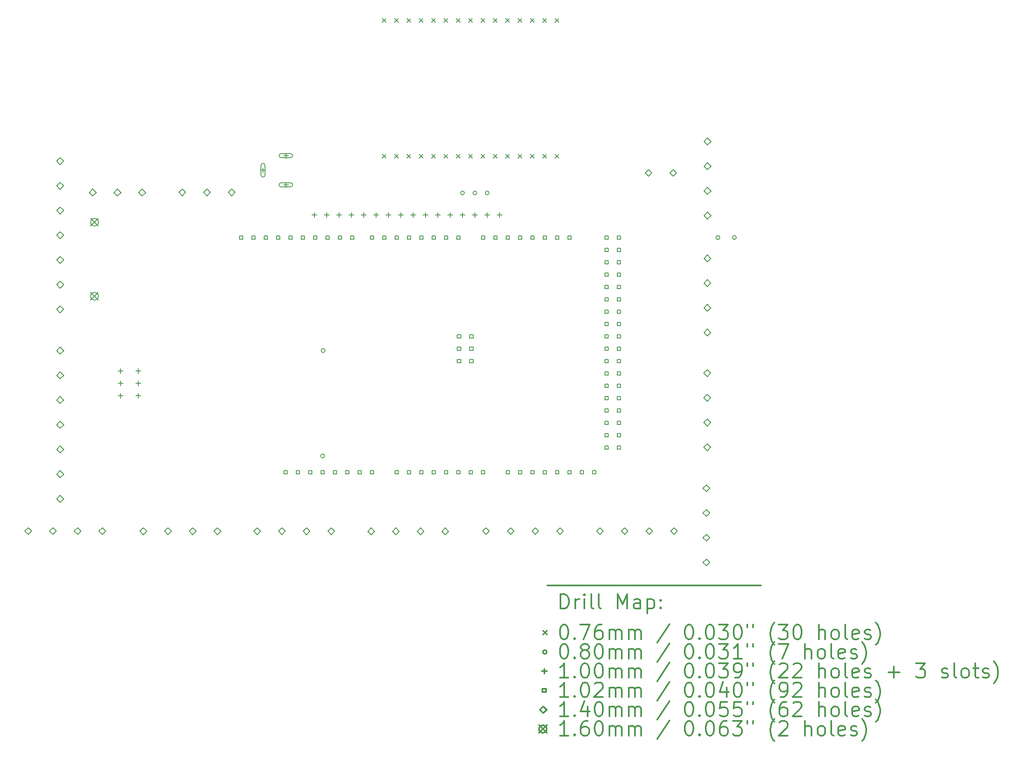
<source format=gbr>
%FSLAX45Y45*%
G04 Gerber Fmt 4.5, Leading zero omitted, Abs format (unit mm)*
G04 Created by KiCad (PCBNEW (5.1.6)-1) date 2021-07-14 17:55:59*
%MOMM*%
%LPD*%
G01*
G04 APERTURE LIST*
%TA.AperFunction,Profile*%
%ADD10C,0.300000*%
%TD*%
%ADD11C,0.200000*%
%ADD12C,0.300000*%
G04 APERTURE END LIST*
D10*
X18113502Y-15105888D02*
X22503384Y-15105888D01*
D11*
X14718538Y-3448812D02*
X14794738Y-3525012D01*
X14794738Y-3448812D02*
X14718538Y-3525012D01*
X14718538Y-6242812D02*
X14794738Y-6319012D01*
X14794738Y-6242812D02*
X14718538Y-6319012D01*
X14972538Y-3448812D02*
X15048738Y-3525012D01*
X15048738Y-3448812D02*
X14972538Y-3525012D01*
X14972538Y-6242812D02*
X15048738Y-6319012D01*
X15048738Y-6242812D02*
X14972538Y-6319012D01*
X15226538Y-3448812D02*
X15302738Y-3525012D01*
X15302738Y-3448812D02*
X15226538Y-3525012D01*
X15226538Y-6242812D02*
X15302738Y-6319012D01*
X15302738Y-6242812D02*
X15226538Y-6319012D01*
X15480538Y-3448812D02*
X15556738Y-3525012D01*
X15556738Y-3448812D02*
X15480538Y-3525012D01*
X15480538Y-6242812D02*
X15556738Y-6319012D01*
X15556738Y-6242812D02*
X15480538Y-6319012D01*
X15734538Y-3448812D02*
X15810738Y-3525012D01*
X15810738Y-3448812D02*
X15734538Y-3525012D01*
X15734538Y-6242812D02*
X15810738Y-6319012D01*
X15810738Y-6242812D02*
X15734538Y-6319012D01*
X15988538Y-3448812D02*
X16064738Y-3525012D01*
X16064738Y-3448812D02*
X15988538Y-3525012D01*
X15988538Y-6242812D02*
X16064738Y-6319012D01*
X16064738Y-6242812D02*
X15988538Y-6319012D01*
X16242538Y-3448812D02*
X16318738Y-3525012D01*
X16318738Y-3448812D02*
X16242538Y-3525012D01*
X16242538Y-6242812D02*
X16318738Y-6319012D01*
X16318738Y-6242812D02*
X16242538Y-6319012D01*
X16496538Y-3448812D02*
X16572738Y-3525012D01*
X16572738Y-3448812D02*
X16496538Y-3525012D01*
X16496538Y-6242812D02*
X16572738Y-6319012D01*
X16572738Y-6242812D02*
X16496538Y-6319012D01*
X16750538Y-3448812D02*
X16826738Y-3525012D01*
X16826738Y-3448812D02*
X16750538Y-3525012D01*
X16750538Y-6242812D02*
X16826738Y-6319012D01*
X16826738Y-6242812D02*
X16750538Y-6319012D01*
X17004538Y-3448812D02*
X17080738Y-3525012D01*
X17080738Y-3448812D02*
X17004538Y-3525012D01*
X17004538Y-6242812D02*
X17080738Y-6319012D01*
X17080738Y-6242812D02*
X17004538Y-6319012D01*
X17258538Y-3448812D02*
X17334738Y-3525012D01*
X17334738Y-3448812D02*
X17258538Y-3525012D01*
X17258538Y-6242812D02*
X17334738Y-6319012D01*
X17334738Y-6242812D02*
X17258538Y-6319012D01*
X17512538Y-3448812D02*
X17588738Y-3525012D01*
X17588738Y-3448812D02*
X17512538Y-3525012D01*
X17512538Y-6242812D02*
X17588738Y-6319012D01*
X17588738Y-6242812D02*
X17512538Y-6319012D01*
X17766538Y-3448812D02*
X17842738Y-3525012D01*
X17842738Y-3448812D02*
X17766538Y-3525012D01*
X17766538Y-6242812D02*
X17842738Y-6319012D01*
X17842738Y-6242812D02*
X17766538Y-6319012D01*
X18020538Y-3448812D02*
X18096738Y-3525012D01*
X18096738Y-3448812D02*
X18020538Y-3525012D01*
X18020538Y-6242812D02*
X18096738Y-6319012D01*
X18096738Y-6242812D02*
X18020538Y-6319012D01*
X18274538Y-3448812D02*
X18350738Y-3525012D01*
X18350738Y-3448812D02*
X18274538Y-3525012D01*
X18274538Y-6242812D02*
X18350738Y-6319012D01*
X18350738Y-6242812D02*
X18274538Y-6319012D01*
X13527654Y-12444984D02*
G75*
G03*
X13527654Y-12444984I-40000J0D01*
G01*
X13538068Y-10278618D02*
G75*
G03*
X13538068Y-10278618I-40000J0D01*
G01*
X21659718Y-7953756D02*
G75*
G03*
X21659718Y-7953756I-40000J0D01*
G01*
X21998554Y-7952232D02*
G75*
G03*
X21998554Y-7952232I-40000J0D01*
G01*
X16405474Y-7036816D02*
G75*
G03*
X16405474Y-7036816I-40000J0D01*
G01*
X16659474Y-7036816D02*
G75*
G03*
X16659474Y-7036816I-40000J0D01*
G01*
X16913474Y-7036816D02*
G75*
G03*
X16913474Y-7036816I-40000J0D01*
G01*
X12260734Y-6519430D02*
X12260734Y-6619430D01*
X12210734Y-6569430D02*
X12310734Y-6569430D01*
X12220734Y-6469430D02*
X12220734Y-6669430D01*
X12300734Y-6469430D02*
X12300734Y-6669430D01*
X12220734Y-6669430D02*
G75*
G03*
X12300734Y-6669430I40000J0D01*
G01*
X12300734Y-6469430D02*
G75*
G03*
X12220734Y-6469430I-40000J0D01*
G01*
X12730734Y-6219430D02*
X12730734Y-6319430D01*
X12680734Y-6269430D02*
X12780734Y-6269430D01*
X12830734Y-6229430D02*
X12630734Y-6229430D01*
X12830734Y-6309430D02*
X12630734Y-6309430D01*
X12630734Y-6229430D02*
G75*
G03*
X12630734Y-6309430I0J-40000D01*
G01*
X12830734Y-6309430D02*
G75*
G03*
X12830734Y-6229430I0J40000D01*
G01*
X12730734Y-6819430D02*
X12730734Y-6919430D01*
X12680734Y-6869430D02*
X12780734Y-6869430D01*
X12830734Y-6829430D02*
X12630734Y-6829430D01*
X12830734Y-6909430D02*
X12630734Y-6909430D01*
X12630734Y-6829430D02*
G75*
G03*
X12630734Y-6909430I0J-40000D01*
G01*
X12830734Y-6909430D02*
G75*
G03*
X12830734Y-6829430I0J40000D01*
G01*
X13321030Y-7437920D02*
X13321030Y-7537920D01*
X13271030Y-7487920D02*
X13371030Y-7487920D01*
X13575030Y-7437920D02*
X13575030Y-7537920D01*
X13525030Y-7487920D02*
X13625030Y-7487920D01*
X13829030Y-7437920D02*
X13829030Y-7537920D01*
X13779030Y-7487920D02*
X13879030Y-7487920D01*
X14083030Y-7437920D02*
X14083030Y-7537920D01*
X14033030Y-7487920D02*
X14133030Y-7487920D01*
X14337030Y-7437920D02*
X14337030Y-7537920D01*
X14287030Y-7487920D02*
X14387030Y-7487920D01*
X14591030Y-7437920D02*
X14591030Y-7537920D01*
X14541030Y-7487920D02*
X14641030Y-7487920D01*
X14845030Y-7437920D02*
X14845030Y-7537920D01*
X14795030Y-7487920D02*
X14895030Y-7487920D01*
X15099030Y-7437920D02*
X15099030Y-7537920D01*
X15049030Y-7487920D02*
X15149030Y-7487920D01*
X15353030Y-7437920D02*
X15353030Y-7537920D01*
X15303030Y-7487920D02*
X15403030Y-7487920D01*
X15607030Y-7437920D02*
X15607030Y-7537920D01*
X15557030Y-7487920D02*
X15657030Y-7487920D01*
X15861030Y-7437920D02*
X15861030Y-7537920D01*
X15811030Y-7487920D02*
X15911030Y-7487920D01*
X16115030Y-7437920D02*
X16115030Y-7537920D01*
X16065030Y-7487920D02*
X16165030Y-7487920D01*
X16369030Y-7437920D02*
X16369030Y-7537920D01*
X16319030Y-7487920D02*
X16419030Y-7487920D01*
X16623030Y-7437920D02*
X16623030Y-7537920D01*
X16573030Y-7487920D02*
X16673030Y-7487920D01*
X16877030Y-7437920D02*
X16877030Y-7537920D01*
X16827030Y-7487920D02*
X16927030Y-7487920D01*
X17131030Y-7437920D02*
X17131030Y-7537920D01*
X17081030Y-7487920D02*
X17181030Y-7487920D01*
X9695180Y-10649242D02*
X9695180Y-10749242D01*
X9645180Y-10699242D02*
X9745180Y-10699242D01*
X9695180Y-10903242D02*
X9695180Y-11003242D01*
X9645180Y-10953242D02*
X9745180Y-10953242D01*
X9695180Y-11157242D02*
X9695180Y-11257242D01*
X9645180Y-11207242D02*
X9745180Y-11207242D01*
X9328404Y-10650004D02*
X9328404Y-10750004D01*
X9278404Y-10700004D02*
X9378404Y-10700004D01*
X9328404Y-10904004D02*
X9328404Y-11004004D01*
X9278404Y-10954004D02*
X9378404Y-10954004D01*
X9328404Y-11158004D02*
X9328404Y-11258004D01*
X9278404Y-11208004D02*
X9378404Y-11208004D01*
X11847175Y-7988915D02*
X11847175Y-7917073D01*
X11775333Y-7917073D01*
X11775333Y-7988915D01*
X11847175Y-7988915D01*
X12101175Y-7988915D02*
X12101175Y-7917073D01*
X12029333Y-7917073D01*
X12029333Y-7988915D01*
X12101175Y-7988915D01*
X12355175Y-7988915D02*
X12355175Y-7917073D01*
X12283333Y-7917073D01*
X12283333Y-7988915D01*
X12355175Y-7988915D01*
X12609175Y-7988915D02*
X12609175Y-7917073D01*
X12537333Y-7917073D01*
X12537333Y-7988915D01*
X12609175Y-7988915D01*
X12761575Y-12814915D02*
X12761575Y-12743073D01*
X12689733Y-12743073D01*
X12689733Y-12814915D01*
X12761575Y-12814915D01*
X12863175Y-7988915D02*
X12863175Y-7917073D01*
X12791333Y-7917073D01*
X12791333Y-7988915D01*
X12863175Y-7988915D01*
X13015575Y-12814915D02*
X13015575Y-12743073D01*
X12943733Y-12743073D01*
X12943733Y-12814915D01*
X13015575Y-12814915D01*
X13117175Y-7988915D02*
X13117175Y-7917073D01*
X13045333Y-7917073D01*
X13045333Y-7988915D01*
X13117175Y-7988915D01*
X13269575Y-12814915D02*
X13269575Y-12743073D01*
X13197733Y-12743073D01*
X13197733Y-12814915D01*
X13269575Y-12814915D01*
X13371175Y-7988915D02*
X13371175Y-7917073D01*
X13299333Y-7917073D01*
X13299333Y-7988915D01*
X13371175Y-7988915D01*
X13523575Y-12814915D02*
X13523575Y-12743073D01*
X13451733Y-12743073D01*
X13451733Y-12814915D01*
X13523575Y-12814915D01*
X13625175Y-7988915D02*
X13625175Y-7917073D01*
X13553333Y-7917073D01*
X13553333Y-7988915D01*
X13625175Y-7988915D01*
X13777575Y-12814915D02*
X13777575Y-12743073D01*
X13705733Y-12743073D01*
X13705733Y-12814915D01*
X13777575Y-12814915D01*
X13879175Y-7988915D02*
X13879175Y-7917073D01*
X13807333Y-7917073D01*
X13807333Y-7988915D01*
X13879175Y-7988915D01*
X14031575Y-12814915D02*
X14031575Y-12743073D01*
X13959733Y-12743073D01*
X13959733Y-12814915D01*
X14031575Y-12814915D01*
X14133175Y-7988915D02*
X14133175Y-7917073D01*
X14061333Y-7917073D01*
X14061333Y-7988915D01*
X14133175Y-7988915D01*
X14285575Y-12814915D02*
X14285575Y-12743073D01*
X14213733Y-12743073D01*
X14213733Y-12814915D01*
X14285575Y-12814915D01*
X14539575Y-7988915D02*
X14539575Y-7917073D01*
X14467733Y-7917073D01*
X14467733Y-7988915D01*
X14539575Y-7988915D01*
X14539575Y-12814915D02*
X14539575Y-12743073D01*
X14467733Y-12743073D01*
X14467733Y-12814915D01*
X14539575Y-12814915D01*
X14793575Y-7988915D02*
X14793575Y-7917073D01*
X14721733Y-7917073D01*
X14721733Y-7988915D01*
X14793575Y-7988915D01*
X15047575Y-7988915D02*
X15047575Y-7917073D01*
X14975733Y-7917073D01*
X14975733Y-7988915D01*
X15047575Y-7988915D01*
X15047575Y-12814915D02*
X15047575Y-12743073D01*
X14975733Y-12743073D01*
X14975733Y-12814915D01*
X15047575Y-12814915D01*
X15301575Y-7988915D02*
X15301575Y-7917073D01*
X15229733Y-7917073D01*
X15229733Y-7988915D01*
X15301575Y-7988915D01*
X15301575Y-12814915D02*
X15301575Y-12743073D01*
X15229733Y-12743073D01*
X15229733Y-12814915D01*
X15301575Y-12814915D01*
X15555575Y-7988915D02*
X15555575Y-7917073D01*
X15483733Y-7917073D01*
X15483733Y-7988915D01*
X15555575Y-7988915D01*
X15555575Y-12814915D02*
X15555575Y-12743073D01*
X15483733Y-12743073D01*
X15483733Y-12814915D01*
X15555575Y-12814915D01*
X15809575Y-7988915D02*
X15809575Y-7917073D01*
X15737733Y-7917073D01*
X15737733Y-7988915D01*
X15809575Y-7988915D01*
X15809575Y-12814915D02*
X15809575Y-12743073D01*
X15737733Y-12743073D01*
X15737733Y-12814915D01*
X15809575Y-12814915D01*
X16063575Y-7988915D02*
X16063575Y-7917073D01*
X15991733Y-7917073D01*
X15991733Y-7988915D01*
X16063575Y-7988915D01*
X16063575Y-12814915D02*
X16063575Y-12743073D01*
X15991733Y-12743073D01*
X15991733Y-12814915D01*
X16063575Y-12814915D01*
X16317575Y-7988915D02*
X16317575Y-7917073D01*
X16245733Y-7917073D01*
X16245733Y-7988915D01*
X16317575Y-7988915D01*
X16317575Y-12814915D02*
X16317575Y-12743073D01*
X16245733Y-12743073D01*
X16245733Y-12814915D01*
X16317575Y-12814915D01*
X16330275Y-10020915D02*
X16330275Y-9949073D01*
X16258433Y-9949073D01*
X16258433Y-10020915D01*
X16330275Y-10020915D01*
X16330275Y-10274915D02*
X16330275Y-10203073D01*
X16258433Y-10203073D01*
X16258433Y-10274915D01*
X16330275Y-10274915D01*
X16330275Y-10528915D02*
X16330275Y-10457073D01*
X16258433Y-10457073D01*
X16258433Y-10528915D01*
X16330275Y-10528915D01*
X16571575Y-12814915D02*
X16571575Y-12743073D01*
X16499733Y-12743073D01*
X16499733Y-12814915D01*
X16571575Y-12814915D01*
X16584275Y-10020915D02*
X16584275Y-9949073D01*
X16512433Y-9949073D01*
X16512433Y-10020915D01*
X16584275Y-10020915D01*
X16584275Y-10274915D02*
X16584275Y-10203073D01*
X16512433Y-10203073D01*
X16512433Y-10274915D01*
X16584275Y-10274915D01*
X16584275Y-10528915D02*
X16584275Y-10457073D01*
X16512433Y-10457073D01*
X16512433Y-10528915D01*
X16584275Y-10528915D01*
X16825575Y-7988915D02*
X16825575Y-7917073D01*
X16753733Y-7917073D01*
X16753733Y-7988915D01*
X16825575Y-7988915D01*
X16825575Y-12814915D02*
X16825575Y-12743073D01*
X16753733Y-12743073D01*
X16753733Y-12814915D01*
X16825575Y-12814915D01*
X17079575Y-7988915D02*
X17079575Y-7917073D01*
X17007733Y-7917073D01*
X17007733Y-7988915D01*
X17079575Y-7988915D01*
X17333575Y-7988915D02*
X17333575Y-7917073D01*
X17261733Y-7917073D01*
X17261733Y-7988915D01*
X17333575Y-7988915D01*
X17333575Y-12814915D02*
X17333575Y-12743073D01*
X17261733Y-12743073D01*
X17261733Y-12814915D01*
X17333575Y-12814915D01*
X17587575Y-7988915D02*
X17587575Y-7917073D01*
X17515733Y-7917073D01*
X17515733Y-7988915D01*
X17587575Y-7988915D01*
X17587575Y-12814915D02*
X17587575Y-12743073D01*
X17515733Y-12743073D01*
X17515733Y-12814915D01*
X17587575Y-12814915D01*
X17841575Y-7988915D02*
X17841575Y-7917073D01*
X17769733Y-7917073D01*
X17769733Y-7988915D01*
X17841575Y-7988915D01*
X17841575Y-12814915D02*
X17841575Y-12743073D01*
X17769733Y-12743073D01*
X17769733Y-12814915D01*
X17841575Y-12814915D01*
X18095575Y-7988915D02*
X18095575Y-7917073D01*
X18023733Y-7917073D01*
X18023733Y-7988915D01*
X18095575Y-7988915D01*
X18095575Y-12814915D02*
X18095575Y-12743073D01*
X18023733Y-12743073D01*
X18023733Y-12814915D01*
X18095575Y-12814915D01*
X18349575Y-7988915D02*
X18349575Y-7917073D01*
X18277733Y-7917073D01*
X18277733Y-7988915D01*
X18349575Y-7988915D01*
X18349575Y-12814915D02*
X18349575Y-12743073D01*
X18277733Y-12743073D01*
X18277733Y-12814915D01*
X18349575Y-12814915D01*
X18603575Y-7988915D02*
X18603575Y-7917073D01*
X18531733Y-7917073D01*
X18531733Y-7988915D01*
X18603575Y-7988915D01*
X18603575Y-12814915D02*
X18603575Y-12743073D01*
X18531733Y-12743073D01*
X18531733Y-12814915D01*
X18603575Y-12814915D01*
X18857575Y-12814915D02*
X18857575Y-12743073D01*
X18785733Y-12743073D01*
X18785733Y-12814915D01*
X18857575Y-12814915D01*
X19111575Y-12814915D02*
X19111575Y-12743073D01*
X19039733Y-12743073D01*
X19039733Y-12814915D01*
X19111575Y-12814915D01*
X19365575Y-7988915D02*
X19365575Y-7917073D01*
X19293733Y-7917073D01*
X19293733Y-7988915D01*
X19365575Y-7988915D01*
X19365575Y-8242915D02*
X19365575Y-8171073D01*
X19293733Y-8171073D01*
X19293733Y-8242915D01*
X19365575Y-8242915D01*
X19365575Y-8496915D02*
X19365575Y-8425073D01*
X19293733Y-8425073D01*
X19293733Y-8496915D01*
X19365575Y-8496915D01*
X19365575Y-8750915D02*
X19365575Y-8679073D01*
X19293733Y-8679073D01*
X19293733Y-8750915D01*
X19365575Y-8750915D01*
X19365575Y-9004915D02*
X19365575Y-8933073D01*
X19293733Y-8933073D01*
X19293733Y-9004915D01*
X19365575Y-9004915D01*
X19365575Y-9258915D02*
X19365575Y-9187073D01*
X19293733Y-9187073D01*
X19293733Y-9258915D01*
X19365575Y-9258915D01*
X19365575Y-9512915D02*
X19365575Y-9441073D01*
X19293733Y-9441073D01*
X19293733Y-9512915D01*
X19365575Y-9512915D01*
X19365575Y-9766915D02*
X19365575Y-9695073D01*
X19293733Y-9695073D01*
X19293733Y-9766915D01*
X19365575Y-9766915D01*
X19365575Y-10020915D02*
X19365575Y-9949073D01*
X19293733Y-9949073D01*
X19293733Y-10020915D01*
X19365575Y-10020915D01*
X19365575Y-10274915D02*
X19365575Y-10203073D01*
X19293733Y-10203073D01*
X19293733Y-10274915D01*
X19365575Y-10274915D01*
X19365575Y-10528915D02*
X19365575Y-10457073D01*
X19293733Y-10457073D01*
X19293733Y-10528915D01*
X19365575Y-10528915D01*
X19365575Y-10782915D02*
X19365575Y-10711073D01*
X19293733Y-10711073D01*
X19293733Y-10782915D01*
X19365575Y-10782915D01*
X19365575Y-11036915D02*
X19365575Y-10965073D01*
X19293733Y-10965073D01*
X19293733Y-11036915D01*
X19365575Y-11036915D01*
X19365575Y-11290915D02*
X19365575Y-11219073D01*
X19293733Y-11219073D01*
X19293733Y-11290915D01*
X19365575Y-11290915D01*
X19365575Y-11544915D02*
X19365575Y-11473073D01*
X19293733Y-11473073D01*
X19293733Y-11544915D01*
X19365575Y-11544915D01*
X19365575Y-11798915D02*
X19365575Y-11727073D01*
X19293733Y-11727073D01*
X19293733Y-11798915D01*
X19365575Y-11798915D01*
X19365575Y-12052915D02*
X19365575Y-11981073D01*
X19293733Y-11981073D01*
X19293733Y-12052915D01*
X19365575Y-12052915D01*
X19365575Y-12306915D02*
X19365575Y-12235073D01*
X19293733Y-12235073D01*
X19293733Y-12306915D01*
X19365575Y-12306915D01*
X19619575Y-7988915D02*
X19619575Y-7917073D01*
X19547733Y-7917073D01*
X19547733Y-7988915D01*
X19619575Y-7988915D01*
X19619575Y-8242915D02*
X19619575Y-8171073D01*
X19547733Y-8171073D01*
X19547733Y-8242915D01*
X19619575Y-8242915D01*
X19619575Y-8496915D02*
X19619575Y-8425073D01*
X19547733Y-8425073D01*
X19547733Y-8496915D01*
X19619575Y-8496915D01*
X19619575Y-8750915D02*
X19619575Y-8679073D01*
X19547733Y-8679073D01*
X19547733Y-8750915D01*
X19619575Y-8750915D01*
X19619575Y-9004915D02*
X19619575Y-8933073D01*
X19547733Y-8933073D01*
X19547733Y-9004915D01*
X19619575Y-9004915D01*
X19619575Y-9258915D02*
X19619575Y-9187073D01*
X19547733Y-9187073D01*
X19547733Y-9258915D01*
X19619575Y-9258915D01*
X19619575Y-9512915D02*
X19619575Y-9441073D01*
X19547733Y-9441073D01*
X19547733Y-9512915D01*
X19619575Y-9512915D01*
X19619575Y-9766915D02*
X19619575Y-9695073D01*
X19547733Y-9695073D01*
X19547733Y-9766915D01*
X19619575Y-9766915D01*
X19619575Y-10020915D02*
X19619575Y-9949073D01*
X19547733Y-9949073D01*
X19547733Y-10020915D01*
X19619575Y-10020915D01*
X19619575Y-10274915D02*
X19619575Y-10203073D01*
X19547733Y-10203073D01*
X19547733Y-10274915D01*
X19619575Y-10274915D01*
X19619575Y-10528915D02*
X19619575Y-10457073D01*
X19547733Y-10457073D01*
X19547733Y-10528915D01*
X19619575Y-10528915D01*
X19619575Y-10782915D02*
X19619575Y-10711073D01*
X19547733Y-10711073D01*
X19547733Y-10782915D01*
X19619575Y-10782915D01*
X19619575Y-11036915D02*
X19619575Y-10965073D01*
X19547733Y-10965073D01*
X19547733Y-11036915D01*
X19619575Y-11036915D01*
X19619575Y-11290915D02*
X19619575Y-11219073D01*
X19547733Y-11219073D01*
X19547733Y-11290915D01*
X19619575Y-11290915D01*
X19619575Y-11544915D02*
X19619575Y-11473073D01*
X19547733Y-11473073D01*
X19547733Y-11544915D01*
X19619575Y-11544915D01*
X19619575Y-11798915D02*
X19619575Y-11727073D01*
X19547733Y-11727073D01*
X19547733Y-11798915D01*
X19619575Y-11798915D01*
X19619575Y-12052915D02*
X19619575Y-11981073D01*
X19547733Y-11981073D01*
X19547733Y-12052915D01*
X19619575Y-12052915D01*
X19619575Y-12306915D02*
X19619575Y-12235073D01*
X19547733Y-12235073D01*
X19547733Y-12306915D01*
X19619575Y-12306915D01*
X8088376Y-6452766D02*
X8158376Y-6382766D01*
X8088376Y-6312766D01*
X8018376Y-6382766D01*
X8088376Y-6452766D01*
X8088376Y-6960766D02*
X8158376Y-6890766D01*
X8088376Y-6820766D01*
X8018376Y-6890766D01*
X8088376Y-6960766D01*
X8088376Y-7468766D02*
X8158376Y-7398766D01*
X8088376Y-7328766D01*
X8018376Y-7398766D01*
X8088376Y-7468766D01*
X8088376Y-7976766D02*
X8158376Y-7906766D01*
X8088376Y-7836766D01*
X8018376Y-7906766D01*
X8088376Y-7976766D01*
X8088376Y-8484766D02*
X8158376Y-8414766D01*
X8088376Y-8344766D01*
X8018376Y-8414766D01*
X8088376Y-8484766D01*
X8088376Y-8992766D02*
X8158376Y-8922766D01*
X8088376Y-8852766D01*
X8018376Y-8922766D01*
X8088376Y-8992766D01*
X8088376Y-9500766D02*
X8158376Y-9430766D01*
X8088376Y-9360766D01*
X8018376Y-9430766D01*
X8088376Y-9500766D01*
X10600944Y-7096656D02*
X10670944Y-7026656D01*
X10600944Y-6956656D01*
X10530944Y-7026656D01*
X10600944Y-7096656D01*
X11108944Y-7096656D02*
X11178944Y-7026656D01*
X11108944Y-6956656D01*
X11038944Y-7026656D01*
X11108944Y-7096656D01*
X11616944Y-7096656D02*
X11686944Y-7026656D01*
X11616944Y-6956656D01*
X11546944Y-7026656D01*
X11616944Y-7096656D01*
X8088630Y-10349126D02*
X8158630Y-10279126D01*
X8088630Y-10209126D01*
X8018630Y-10279126D01*
X8088630Y-10349126D01*
X8088630Y-10857126D02*
X8158630Y-10787126D01*
X8088630Y-10717126D01*
X8018630Y-10787126D01*
X8088630Y-10857126D01*
X8088630Y-11365126D02*
X8158630Y-11295126D01*
X8088630Y-11225126D01*
X8018630Y-11295126D01*
X8088630Y-11365126D01*
X8088630Y-11873126D02*
X8158630Y-11803126D01*
X8088630Y-11733126D01*
X8018630Y-11803126D01*
X8088630Y-11873126D01*
X8088630Y-12381126D02*
X8158630Y-12311126D01*
X8088630Y-12241126D01*
X8018630Y-12311126D01*
X8088630Y-12381126D01*
X8088630Y-12889126D02*
X8158630Y-12819126D01*
X8088630Y-12749126D01*
X8018630Y-12819126D01*
X8088630Y-12889126D01*
X8088630Y-13397126D02*
X8158630Y-13327126D01*
X8088630Y-13257126D01*
X8018630Y-13327126D01*
X8088630Y-13397126D01*
X21406358Y-6047890D02*
X21476358Y-5977890D01*
X21406358Y-5907890D01*
X21336358Y-5977890D01*
X21406358Y-6047890D01*
X21406358Y-6555890D02*
X21476358Y-6485890D01*
X21406358Y-6415890D01*
X21336358Y-6485890D01*
X21406358Y-6555890D01*
X21406358Y-7063890D02*
X21476358Y-6993890D01*
X21406358Y-6923890D01*
X21336358Y-6993890D01*
X21406358Y-7063890D01*
X21406358Y-7571890D02*
X21476358Y-7501890D01*
X21406358Y-7431890D01*
X21336358Y-7501890D01*
X21406358Y-7571890D01*
X20193508Y-6692796D02*
X20263508Y-6622796D01*
X20193508Y-6552796D01*
X20123508Y-6622796D01*
X20193508Y-6692796D01*
X20701508Y-6692796D02*
X20771508Y-6622796D01*
X20701508Y-6552796D01*
X20631508Y-6622796D01*
X20701508Y-6692796D01*
X7430770Y-14060066D02*
X7500770Y-13990066D01*
X7430770Y-13920066D01*
X7360770Y-13990066D01*
X7430770Y-14060066D01*
X7938770Y-14060066D02*
X8008770Y-13990066D01*
X7938770Y-13920066D01*
X7868770Y-13990066D01*
X7938770Y-14060066D01*
X8446770Y-14060066D02*
X8516770Y-13990066D01*
X8446770Y-13920066D01*
X8376770Y-13990066D01*
X8446770Y-14060066D01*
X8954770Y-14060066D02*
X9024770Y-13990066D01*
X8954770Y-13920066D01*
X8884770Y-13990066D01*
X8954770Y-14060066D01*
X12142724Y-14064130D02*
X12212724Y-13994130D01*
X12142724Y-13924130D01*
X12072724Y-13994130D01*
X12142724Y-14064130D01*
X12650724Y-14064130D02*
X12720724Y-13994130D01*
X12650724Y-13924130D01*
X12580724Y-13994130D01*
X12650724Y-14064130D01*
X13158724Y-14064130D02*
X13228724Y-13994130D01*
X13158724Y-13924130D01*
X13088724Y-13994130D01*
X13158724Y-14064130D01*
X13666724Y-14064130D02*
X13736724Y-13994130D01*
X13666724Y-13924130D01*
X13596724Y-13994130D01*
X13666724Y-14064130D01*
X21401278Y-10812168D02*
X21471278Y-10742168D01*
X21401278Y-10672168D01*
X21331278Y-10742168D01*
X21401278Y-10812168D01*
X21401278Y-11320168D02*
X21471278Y-11250168D01*
X21401278Y-11180168D01*
X21331278Y-11250168D01*
X21401278Y-11320168D01*
X21401278Y-11828168D02*
X21471278Y-11758168D01*
X21401278Y-11688168D01*
X21331278Y-11758168D01*
X21401278Y-11828168D01*
X21401278Y-12336168D02*
X21471278Y-12266168D01*
X21401278Y-12196168D01*
X21331278Y-12266168D01*
X21401278Y-12336168D01*
X14487652Y-14065654D02*
X14557652Y-13995654D01*
X14487652Y-13925654D01*
X14417652Y-13995654D01*
X14487652Y-14065654D01*
X14995652Y-14065654D02*
X15065652Y-13995654D01*
X14995652Y-13925654D01*
X14925652Y-13995654D01*
X14995652Y-14065654D01*
X15503652Y-14065654D02*
X15573652Y-13995654D01*
X15503652Y-13925654D01*
X15433652Y-13995654D01*
X15503652Y-14065654D01*
X16011652Y-14065654D02*
X16081652Y-13995654D01*
X16011652Y-13925654D01*
X15941652Y-13995654D01*
X16011652Y-14065654D01*
X8758428Y-7097926D02*
X8828428Y-7027926D01*
X8758428Y-6957926D01*
X8688428Y-7027926D01*
X8758428Y-7097926D01*
X9266428Y-7097926D02*
X9336428Y-7027926D01*
X9266428Y-6957926D01*
X9196428Y-7027926D01*
X9266428Y-7097926D01*
X9774428Y-7097926D02*
X9844428Y-7027926D01*
X9774428Y-6957926D01*
X9704428Y-7027926D01*
X9774428Y-7097926D01*
X9798050Y-14063622D02*
X9868050Y-13993622D01*
X9798050Y-13923622D01*
X9728050Y-13993622D01*
X9798050Y-14063622D01*
X10306050Y-14063622D02*
X10376050Y-13993622D01*
X10306050Y-13923622D01*
X10236050Y-13993622D01*
X10306050Y-14063622D01*
X10814050Y-14063622D02*
X10884050Y-13993622D01*
X10814050Y-13923622D01*
X10744050Y-13993622D01*
X10814050Y-14063622D01*
X11322050Y-14063622D02*
X11392050Y-13993622D01*
X11322050Y-13923622D01*
X11252050Y-13993622D01*
X11322050Y-14063622D01*
X21401786Y-8452508D02*
X21471786Y-8382508D01*
X21401786Y-8312508D01*
X21331786Y-8382508D01*
X21401786Y-8452508D01*
X21401786Y-8960508D02*
X21471786Y-8890508D01*
X21401786Y-8820508D01*
X21331786Y-8890508D01*
X21401786Y-8960508D01*
X21401786Y-9468508D02*
X21471786Y-9398508D01*
X21401786Y-9328508D01*
X21331786Y-9398508D01*
X21401786Y-9468508D01*
X21401786Y-9976508D02*
X21471786Y-9906508D01*
X21401786Y-9836508D01*
X21331786Y-9906508D01*
X21401786Y-9976508D01*
X16848582Y-14061844D02*
X16918582Y-13991844D01*
X16848582Y-13921844D01*
X16778582Y-13991844D01*
X16848582Y-14061844D01*
X17356582Y-14061844D02*
X17426582Y-13991844D01*
X17356582Y-13921844D01*
X17286582Y-13991844D01*
X17356582Y-14061844D01*
X17864582Y-14061844D02*
X17934582Y-13991844D01*
X17864582Y-13921844D01*
X17794582Y-13991844D01*
X17864582Y-14061844D01*
X18372582Y-14061844D02*
X18442582Y-13991844D01*
X18372582Y-13921844D01*
X18302582Y-13991844D01*
X18372582Y-14061844D01*
X21383752Y-13181480D02*
X21453752Y-13111480D01*
X21383752Y-13041480D01*
X21313752Y-13111480D01*
X21383752Y-13181480D01*
X21383752Y-13689480D02*
X21453752Y-13619480D01*
X21383752Y-13549480D01*
X21313752Y-13619480D01*
X21383752Y-13689480D01*
X21383752Y-14197480D02*
X21453752Y-14127480D01*
X21383752Y-14057480D01*
X21313752Y-14127480D01*
X21383752Y-14197480D01*
X21383752Y-14705480D02*
X21453752Y-14635480D01*
X21383752Y-14565480D01*
X21313752Y-14635480D01*
X21383752Y-14705480D01*
X19195288Y-14062098D02*
X19265288Y-13992098D01*
X19195288Y-13922098D01*
X19125288Y-13992098D01*
X19195288Y-14062098D01*
X19703288Y-14062098D02*
X19773288Y-13992098D01*
X19703288Y-13922098D01*
X19633288Y-13992098D01*
X19703288Y-14062098D01*
X20211288Y-14062098D02*
X20281288Y-13992098D01*
X20211288Y-13922098D01*
X20141288Y-13992098D01*
X20211288Y-14062098D01*
X20719288Y-14062098D02*
X20789288Y-13992098D01*
X20719288Y-13922098D01*
X20649288Y-13992098D01*
X20719288Y-14062098D01*
X8714496Y-7557526D02*
X8874496Y-7717526D01*
X8874496Y-7557526D02*
X8714496Y-7717526D01*
X8874496Y-7637526D02*
G75*
G03*
X8874496Y-7637526I-80000J0D01*
G01*
X8714496Y-9081526D02*
X8874496Y-9241526D01*
X8874496Y-9081526D02*
X8714496Y-9241526D01*
X8874496Y-9161526D02*
G75*
G03*
X8874496Y-9161526I-80000J0D01*
G01*
D12*
X18384930Y-15586602D02*
X18384930Y-15286602D01*
X18456359Y-15286602D01*
X18499216Y-15300888D01*
X18527788Y-15329459D01*
X18542073Y-15358031D01*
X18556359Y-15415174D01*
X18556359Y-15458031D01*
X18542073Y-15515174D01*
X18527788Y-15543745D01*
X18499216Y-15572317D01*
X18456359Y-15586602D01*
X18384930Y-15586602D01*
X18684930Y-15586602D02*
X18684930Y-15386602D01*
X18684930Y-15443745D02*
X18699216Y-15415174D01*
X18713502Y-15400888D01*
X18742073Y-15386602D01*
X18770645Y-15386602D01*
X18870645Y-15586602D02*
X18870645Y-15386602D01*
X18870645Y-15286602D02*
X18856359Y-15300888D01*
X18870645Y-15315174D01*
X18884930Y-15300888D01*
X18870645Y-15286602D01*
X18870645Y-15315174D01*
X19056359Y-15586602D02*
X19027788Y-15572317D01*
X19013502Y-15543745D01*
X19013502Y-15286602D01*
X19213502Y-15586602D02*
X19184930Y-15572317D01*
X19170645Y-15543745D01*
X19170645Y-15286602D01*
X19556359Y-15586602D02*
X19556359Y-15286602D01*
X19656359Y-15500888D01*
X19756359Y-15286602D01*
X19756359Y-15586602D01*
X20027788Y-15586602D02*
X20027788Y-15429459D01*
X20013502Y-15400888D01*
X19984930Y-15386602D01*
X19927788Y-15386602D01*
X19899216Y-15400888D01*
X20027788Y-15572317D02*
X19999216Y-15586602D01*
X19927788Y-15586602D01*
X19899216Y-15572317D01*
X19884930Y-15543745D01*
X19884930Y-15515174D01*
X19899216Y-15486602D01*
X19927788Y-15472317D01*
X19999216Y-15472317D01*
X20027788Y-15458031D01*
X20170645Y-15386602D02*
X20170645Y-15686602D01*
X20170645Y-15400888D02*
X20199216Y-15386602D01*
X20256359Y-15386602D01*
X20284930Y-15400888D01*
X20299216Y-15415174D01*
X20313502Y-15443745D01*
X20313502Y-15529459D01*
X20299216Y-15558031D01*
X20284930Y-15572317D01*
X20256359Y-15586602D01*
X20199216Y-15586602D01*
X20170645Y-15572317D01*
X20442073Y-15558031D02*
X20456359Y-15572317D01*
X20442073Y-15586602D01*
X20427788Y-15572317D01*
X20442073Y-15558031D01*
X20442073Y-15586602D01*
X20442073Y-15400888D02*
X20456359Y-15415174D01*
X20442073Y-15429459D01*
X20427788Y-15415174D01*
X20442073Y-15400888D01*
X20442073Y-15429459D01*
X18022302Y-16042788D02*
X18098502Y-16118988D01*
X18098502Y-16042788D02*
X18022302Y-16118988D01*
X18442073Y-15916602D02*
X18470645Y-15916602D01*
X18499216Y-15930888D01*
X18513502Y-15945174D01*
X18527788Y-15973745D01*
X18542073Y-16030888D01*
X18542073Y-16102317D01*
X18527788Y-16159459D01*
X18513502Y-16188031D01*
X18499216Y-16202317D01*
X18470645Y-16216602D01*
X18442073Y-16216602D01*
X18413502Y-16202317D01*
X18399216Y-16188031D01*
X18384930Y-16159459D01*
X18370645Y-16102317D01*
X18370645Y-16030888D01*
X18384930Y-15973745D01*
X18399216Y-15945174D01*
X18413502Y-15930888D01*
X18442073Y-15916602D01*
X18670645Y-16188031D02*
X18684930Y-16202317D01*
X18670645Y-16216602D01*
X18656359Y-16202317D01*
X18670645Y-16188031D01*
X18670645Y-16216602D01*
X18784930Y-15916602D02*
X18984930Y-15916602D01*
X18856359Y-16216602D01*
X19227788Y-15916602D02*
X19170645Y-15916602D01*
X19142073Y-15930888D01*
X19127788Y-15945174D01*
X19099216Y-15988031D01*
X19084930Y-16045174D01*
X19084930Y-16159459D01*
X19099216Y-16188031D01*
X19113502Y-16202317D01*
X19142073Y-16216602D01*
X19199216Y-16216602D01*
X19227788Y-16202317D01*
X19242073Y-16188031D01*
X19256359Y-16159459D01*
X19256359Y-16088031D01*
X19242073Y-16059459D01*
X19227788Y-16045174D01*
X19199216Y-16030888D01*
X19142073Y-16030888D01*
X19113502Y-16045174D01*
X19099216Y-16059459D01*
X19084930Y-16088031D01*
X19384930Y-16216602D02*
X19384930Y-16016602D01*
X19384930Y-16045174D02*
X19399216Y-16030888D01*
X19427788Y-16016602D01*
X19470645Y-16016602D01*
X19499216Y-16030888D01*
X19513502Y-16059459D01*
X19513502Y-16216602D01*
X19513502Y-16059459D02*
X19527788Y-16030888D01*
X19556359Y-16016602D01*
X19599216Y-16016602D01*
X19627788Y-16030888D01*
X19642073Y-16059459D01*
X19642073Y-16216602D01*
X19784930Y-16216602D02*
X19784930Y-16016602D01*
X19784930Y-16045174D02*
X19799216Y-16030888D01*
X19827788Y-16016602D01*
X19870645Y-16016602D01*
X19899216Y-16030888D01*
X19913502Y-16059459D01*
X19913502Y-16216602D01*
X19913502Y-16059459D02*
X19927788Y-16030888D01*
X19956359Y-16016602D01*
X19999216Y-16016602D01*
X20027788Y-16030888D01*
X20042073Y-16059459D01*
X20042073Y-16216602D01*
X20627788Y-15902317D02*
X20370645Y-16288031D01*
X21013502Y-15916602D02*
X21042073Y-15916602D01*
X21070645Y-15930888D01*
X21084930Y-15945174D01*
X21099216Y-15973745D01*
X21113502Y-16030888D01*
X21113502Y-16102317D01*
X21099216Y-16159459D01*
X21084930Y-16188031D01*
X21070645Y-16202317D01*
X21042073Y-16216602D01*
X21013502Y-16216602D01*
X20984930Y-16202317D01*
X20970645Y-16188031D01*
X20956359Y-16159459D01*
X20942073Y-16102317D01*
X20942073Y-16030888D01*
X20956359Y-15973745D01*
X20970645Y-15945174D01*
X20984930Y-15930888D01*
X21013502Y-15916602D01*
X21242073Y-16188031D02*
X21256359Y-16202317D01*
X21242073Y-16216602D01*
X21227788Y-16202317D01*
X21242073Y-16188031D01*
X21242073Y-16216602D01*
X21442073Y-15916602D02*
X21470645Y-15916602D01*
X21499216Y-15930888D01*
X21513502Y-15945174D01*
X21527788Y-15973745D01*
X21542073Y-16030888D01*
X21542073Y-16102317D01*
X21527788Y-16159459D01*
X21513502Y-16188031D01*
X21499216Y-16202317D01*
X21470645Y-16216602D01*
X21442073Y-16216602D01*
X21413502Y-16202317D01*
X21399216Y-16188031D01*
X21384930Y-16159459D01*
X21370645Y-16102317D01*
X21370645Y-16030888D01*
X21384930Y-15973745D01*
X21399216Y-15945174D01*
X21413502Y-15930888D01*
X21442073Y-15916602D01*
X21642073Y-15916602D02*
X21827788Y-15916602D01*
X21727788Y-16030888D01*
X21770645Y-16030888D01*
X21799216Y-16045174D01*
X21813502Y-16059459D01*
X21827788Y-16088031D01*
X21827788Y-16159459D01*
X21813502Y-16188031D01*
X21799216Y-16202317D01*
X21770645Y-16216602D01*
X21684930Y-16216602D01*
X21656359Y-16202317D01*
X21642073Y-16188031D01*
X22013502Y-15916602D02*
X22042073Y-15916602D01*
X22070645Y-15930888D01*
X22084930Y-15945174D01*
X22099216Y-15973745D01*
X22113502Y-16030888D01*
X22113502Y-16102317D01*
X22099216Y-16159459D01*
X22084930Y-16188031D01*
X22070645Y-16202317D01*
X22042073Y-16216602D01*
X22013502Y-16216602D01*
X21984930Y-16202317D01*
X21970645Y-16188031D01*
X21956359Y-16159459D01*
X21942073Y-16102317D01*
X21942073Y-16030888D01*
X21956359Y-15973745D01*
X21970645Y-15945174D01*
X21984930Y-15930888D01*
X22013502Y-15916602D01*
X22227788Y-15916602D02*
X22227788Y-15973745D01*
X22342073Y-15916602D02*
X22342073Y-15973745D01*
X22784930Y-16330888D02*
X22770645Y-16316602D01*
X22742073Y-16273745D01*
X22727788Y-16245174D01*
X22713502Y-16202317D01*
X22699216Y-16130888D01*
X22699216Y-16073745D01*
X22713502Y-16002317D01*
X22727788Y-15959459D01*
X22742073Y-15930888D01*
X22770645Y-15888031D01*
X22784930Y-15873745D01*
X22870645Y-15916602D02*
X23056359Y-15916602D01*
X22956359Y-16030888D01*
X22999216Y-16030888D01*
X23027788Y-16045174D01*
X23042073Y-16059459D01*
X23056359Y-16088031D01*
X23056359Y-16159459D01*
X23042073Y-16188031D01*
X23027788Y-16202317D01*
X22999216Y-16216602D01*
X22913502Y-16216602D01*
X22884930Y-16202317D01*
X22870645Y-16188031D01*
X23242073Y-15916602D02*
X23270645Y-15916602D01*
X23299216Y-15930888D01*
X23313502Y-15945174D01*
X23327788Y-15973745D01*
X23342073Y-16030888D01*
X23342073Y-16102317D01*
X23327788Y-16159459D01*
X23313502Y-16188031D01*
X23299216Y-16202317D01*
X23270645Y-16216602D01*
X23242073Y-16216602D01*
X23213502Y-16202317D01*
X23199216Y-16188031D01*
X23184930Y-16159459D01*
X23170645Y-16102317D01*
X23170645Y-16030888D01*
X23184930Y-15973745D01*
X23199216Y-15945174D01*
X23213502Y-15930888D01*
X23242073Y-15916602D01*
X23699216Y-16216602D02*
X23699216Y-15916602D01*
X23827788Y-16216602D02*
X23827788Y-16059459D01*
X23813502Y-16030888D01*
X23784930Y-16016602D01*
X23742073Y-16016602D01*
X23713502Y-16030888D01*
X23699216Y-16045174D01*
X24013502Y-16216602D02*
X23984930Y-16202317D01*
X23970645Y-16188031D01*
X23956359Y-16159459D01*
X23956359Y-16073745D01*
X23970645Y-16045174D01*
X23984930Y-16030888D01*
X24013502Y-16016602D01*
X24056359Y-16016602D01*
X24084930Y-16030888D01*
X24099216Y-16045174D01*
X24113502Y-16073745D01*
X24113502Y-16159459D01*
X24099216Y-16188031D01*
X24084930Y-16202317D01*
X24056359Y-16216602D01*
X24013502Y-16216602D01*
X24284930Y-16216602D02*
X24256359Y-16202317D01*
X24242073Y-16173745D01*
X24242073Y-15916602D01*
X24513502Y-16202317D02*
X24484930Y-16216602D01*
X24427788Y-16216602D01*
X24399216Y-16202317D01*
X24384930Y-16173745D01*
X24384930Y-16059459D01*
X24399216Y-16030888D01*
X24427788Y-16016602D01*
X24484930Y-16016602D01*
X24513502Y-16030888D01*
X24527788Y-16059459D01*
X24527788Y-16088031D01*
X24384930Y-16116602D01*
X24642073Y-16202317D02*
X24670645Y-16216602D01*
X24727788Y-16216602D01*
X24756359Y-16202317D01*
X24770645Y-16173745D01*
X24770645Y-16159459D01*
X24756359Y-16130888D01*
X24727788Y-16116602D01*
X24684930Y-16116602D01*
X24656359Y-16102317D01*
X24642073Y-16073745D01*
X24642073Y-16059459D01*
X24656359Y-16030888D01*
X24684930Y-16016602D01*
X24727788Y-16016602D01*
X24756359Y-16030888D01*
X24870645Y-16330888D02*
X24884930Y-16316602D01*
X24913502Y-16273745D01*
X24927788Y-16245174D01*
X24942073Y-16202317D01*
X24956359Y-16130888D01*
X24956359Y-16073745D01*
X24942073Y-16002317D01*
X24927788Y-15959459D01*
X24913502Y-15930888D01*
X24884930Y-15888031D01*
X24870645Y-15873745D01*
X18098502Y-16476888D02*
G75*
G03*
X18098502Y-16476888I-40000J0D01*
G01*
X18442073Y-16312602D02*
X18470645Y-16312602D01*
X18499216Y-16326888D01*
X18513502Y-16341174D01*
X18527788Y-16369745D01*
X18542073Y-16426888D01*
X18542073Y-16498317D01*
X18527788Y-16555459D01*
X18513502Y-16584031D01*
X18499216Y-16598317D01*
X18470645Y-16612602D01*
X18442073Y-16612602D01*
X18413502Y-16598317D01*
X18399216Y-16584031D01*
X18384930Y-16555459D01*
X18370645Y-16498317D01*
X18370645Y-16426888D01*
X18384930Y-16369745D01*
X18399216Y-16341174D01*
X18413502Y-16326888D01*
X18442073Y-16312602D01*
X18670645Y-16584031D02*
X18684930Y-16598317D01*
X18670645Y-16612602D01*
X18656359Y-16598317D01*
X18670645Y-16584031D01*
X18670645Y-16612602D01*
X18856359Y-16441174D02*
X18827788Y-16426888D01*
X18813502Y-16412602D01*
X18799216Y-16384031D01*
X18799216Y-16369745D01*
X18813502Y-16341174D01*
X18827788Y-16326888D01*
X18856359Y-16312602D01*
X18913502Y-16312602D01*
X18942073Y-16326888D01*
X18956359Y-16341174D01*
X18970645Y-16369745D01*
X18970645Y-16384031D01*
X18956359Y-16412602D01*
X18942073Y-16426888D01*
X18913502Y-16441174D01*
X18856359Y-16441174D01*
X18827788Y-16455459D01*
X18813502Y-16469745D01*
X18799216Y-16498317D01*
X18799216Y-16555459D01*
X18813502Y-16584031D01*
X18827788Y-16598317D01*
X18856359Y-16612602D01*
X18913502Y-16612602D01*
X18942073Y-16598317D01*
X18956359Y-16584031D01*
X18970645Y-16555459D01*
X18970645Y-16498317D01*
X18956359Y-16469745D01*
X18942073Y-16455459D01*
X18913502Y-16441174D01*
X19156359Y-16312602D02*
X19184930Y-16312602D01*
X19213502Y-16326888D01*
X19227788Y-16341174D01*
X19242073Y-16369745D01*
X19256359Y-16426888D01*
X19256359Y-16498317D01*
X19242073Y-16555459D01*
X19227788Y-16584031D01*
X19213502Y-16598317D01*
X19184930Y-16612602D01*
X19156359Y-16612602D01*
X19127788Y-16598317D01*
X19113502Y-16584031D01*
X19099216Y-16555459D01*
X19084930Y-16498317D01*
X19084930Y-16426888D01*
X19099216Y-16369745D01*
X19113502Y-16341174D01*
X19127788Y-16326888D01*
X19156359Y-16312602D01*
X19384930Y-16612602D02*
X19384930Y-16412602D01*
X19384930Y-16441174D02*
X19399216Y-16426888D01*
X19427788Y-16412602D01*
X19470645Y-16412602D01*
X19499216Y-16426888D01*
X19513502Y-16455459D01*
X19513502Y-16612602D01*
X19513502Y-16455459D02*
X19527788Y-16426888D01*
X19556359Y-16412602D01*
X19599216Y-16412602D01*
X19627788Y-16426888D01*
X19642073Y-16455459D01*
X19642073Y-16612602D01*
X19784930Y-16612602D02*
X19784930Y-16412602D01*
X19784930Y-16441174D02*
X19799216Y-16426888D01*
X19827788Y-16412602D01*
X19870645Y-16412602D01*
X19899216Y-16426888D01*
X19913502Y-16455459D01*
X19913502Y-16612602D01*
X19913502Y-16455459D02*
X19927788Y-16426888D01*
X19956359Y-16412602D01*
X19999216Y-16412602D01*
X20027788Y-16426888D01*
X20042073Y-16455459D01*
X20042073Y-16612602D01*
X20627788Y-16298317D02*
X20370645Y-16684031D01*
X21013502Y-16312602D02*
X21042073Y-16312602D01*
X21070645Y-16326888D01*
X21084930Y-16341174D01*
X21099216Y-16369745D01*
X21113502Y-16426888D01*
X21113502Y-16498317D01*
X21099216Y-16555459D01*
X21084930Y-16584031D01*
X21070645Y-16598317D01*
X21042073Y-16612602D01*
X21013502Y-16612602D01*
X20984930Y-16598317D01*
X20970645Y-16584031D01*
X20956359Y-16555459D01*
X20942073Y-16498317D01*
X20942073Y-16426888D01*
X20956359Y-16369745D01*
X20970645Y-16341174D01*
X20984930Y-16326888D01*
X21013502Y-16312602D01*
X21242073Y-16584031D02*
X21256359Y-16598317D01*
X21242073Y-16612602D01*
X21227788Y-16598317D01*
X21242073Y-16584031D01*
X21242073Y-16612602D01*
X21442073Y-16312602D02*
X21470645Y-16312602D01*
X21499216Y-16326888D01*
X21513502Y-16341174D01*
X21527788Y-16369745D01*
X21542073Y-16426888D01*
X21542073Y-16498317D01*
X21527788Y-16555459D01*
X21513502Y-16584031D01*
X21499216Y-16598317D01*
X21470645Y-16612602D01*
X21442073Y-16612602D01*
X21413502Y-16598317D01*
X21399216Y-16584031D01*
X21384930Y-16555459D01*
X21370645Y-16498317D01*
X21370645Y-16426888D01*
X21384930Y-16369745D01*
X21399216Y-16341174D01*
X21413502Y-16326888D01*
X21442073Y-16312602D01*
X21642073Y-16312602D02*
X21827788Y-16312602D01*
X21727788Y-16426888D01*
X21770645Y-16426888D01*
X21799216Y-16441174D01*
X21813502Y-16455459D01*
X21827788Y-16484031D01*
X21827788Y-16555459D01*
X21813502Y-16584031D01*
X21799216Y-16598317D01*
X21770645Y-16612602D01*
X21684930Y-16612602D01*
X21656359Y-16598317D01*
X21642073Y-16584031D01*
X22113502Y-16612602D02*
X21942073Y-16612602D01*
X22027788Y-16612602D02*
X22027788Y-16312602D01*
X21999216Y-16355459D01*
X21970645Y-16384031D01*
X21942073Y-16398317D01*
X22227788Y-16312602D02*
X22227788Y-16369745D01*
X22342073Y-16312602D02*
X22342073Y-16369745D01*
X22784930Y-16726888D02*
X22770645Y-16712602D01*
X22742073Y-16669745D01*
X22727788Y-16641174D01*
X22713502Y-16598317D01*
X22699216Y-16526888D01*
X22699216Y-16469745D01*
X22713502Y-16398317D01*
X22727788Y-16355459D01*
X22742073Y-16326888D01*
X22770645Y-16284031D01*
X22784930Y-16269745D01*
X22870645Y-16312602D02*
X23070645Y-16312602D01*
X22942073Y-16612602D01*
X23413502Y-16612602D02*
X23413502Y-16312602D01*
X23542073Y-16612602D02*
X23542073Y-16455459D01*
X23527788Y-16426888D01*
X23499216Y-16412602D01*
X23456359Y-16412602D01*
X23427788Y-16426888D01*
X23413502Y-16441174D01*
X23727788Y-16612602D02*
X23699216Y-16598317D01*
X23684930Y-16584031D01*
X23670645Y-16555459D01*
X23670645Y-16469745D01*
X23684930Y-16441174D01*
X23699216Y-16426888D01*
X23727788Y-16412602D01*
X23770645Y-16412602D01*
X23799216Y-16426888D01*
X23813502Y-16441174D01*
X23827788Y-16469745D01*
X23827788Y-16555459D01*
X23813502Y-16584031D01*
X23799216Y-16598317D01*
X23770645Y-16612602D01*
X23727788Y-16612602D01*
X23999216Y-16612602D02*
X23970645Y-16598317D01*
X23956359Y-16569745D01*
X23956359Y-16312602D01*
X24227788Y-16598317D02*
X24199216Y-16612602D01*
X24142073Y-16612602D01*
X24113502Y-16598317D01*
X24099216Y-16569745D01*
X24099216Y-16455459D01*
X24113502Y-16426888D01*
X24142073Y-16412602D01*
X24199216Y-16412602D01*
X24227788Y-16426888D01*
X24242073Y-16455459D01*
X24242073Y-16484031D01*
X24099216Y-16512602D01*
X24356359Y-16598317D02*
X24384930Y-16612602D01*
X24442073Y-16612602D01*
X24470645Y-16598317D01*
X24484930Y-16569745D01*
X24484930Y-16555459D01*
X24470645Y-16526888D01*
X24442073Y-16512602D01*
X24399216Y-16512602D01*
X24370645Y-16498317D01*
X24356359Y-16469745D01*
X24356359Y-16455459D01*
X24370645Y-16426888D01*
X24399216Y-16412602D01*
X24442073Y-16412602D01*
X24470645Y-16426888D01*
X24584930Y-16726888D02*
X24599216Y-16712602D01*
X24627788Y-16669745D01*
X24642073Y-16641174D01*
X24656359Y-16598317D01*
X24670645Y-16526888D01*
X24670645Y-16469745D01*
X24656359Y-16398317D01*
X24642073Y-16355459D01*
X24627788Y-16326888D01*
X24599216Y-16284031D01*
X24584930Y-16269745D01*
X18048502Y-16822888D02*
X18048502Y-16922888D01*
X17998502Y-16872888D02*
X18098502Y-16872888D01*
X18542073Y-17008602D02*
X18370645Y-17008602D01*
X18456359Y-17008602D02*
X18456359Y-16708602D01*
X18427788Y-16751459D01*
X18399216Y-16780031D01*
X18370645Y-16794317D01*
X18670645Y-16980031D02*
X18684930Y-16994317D01*
X18670645Y-17008602D01*
X18656359Y-16994317D01*
X18670645Y-16980031D01*
X18670645Y-17008602D01*
X18870645Y-16708602D02*
X18899216Y-16708602D01*
X18927788Y-16722888D01*
X18942073Y-16737174D01*
X18956359Y-16765745D01*
X18970645Y-16822888D01*
X18970645Y-16894317D01*
X18956359Y-16951460D01*
X18942073Y-16980031D01*
X18927788Y-16994317D01*
X18899216Y-17008602D01*
X18870645Y-17008602D01*
X18842073Y-16994317D01*
X18827788Y-16980031D01*
X18813502Y-16951460D01*
X18799216Y-16894317D01*
X18799216Y-16822888D01*
X18813502Y-16765745D01*
X18827788Y-16737174D01*
X18842073Y-16722888D01*
X18870645Y-16708602D01*
X19156359Y-16708602D02*
X19184930Y-16708602D01*
X19213502Y-16722888D01*
X19227788Y-16737174D01*
X19242073Y-16765745D01*
X19256359Y-16822888D01*
X19256359Y-16894317D01*
X19242073Y-16951460D01*
X19227788Y-16980031D01*
X19213502Y-16994317D01*
X19184930Y-17008602D01*
X19156359Y-17008602D01*
X19127788Y-16994317D01*
X19113502Y-16980031D01*
X19099216Y-16951460D01*
X19084930Y-16894317D01*
X19084930Y-16822888D01*
X19099216Y-16765745D01*
X19113502Y-16737174D01*
X19127788Y-16722888D01*
X19156359Y-16708602D01*
X19384930Y-17008602D02*
X19384930Y-16808602D01*
X19384930Y-16837174D02*
X19399216Y-16822888D01*
X19427788Y-16808602D01*
X19470645Y-16808602D01*
X19499216Y-16822888D01*
X19513502Y-16851460D01*
X19513502Y-17008602D01*
X19513502Y-16851460D02*
X19527788Y-16822888D01*
X19556359Y-16808602D01*
X19599216Y-16808602D01*
X19627788Y-16822888D01*
X19642073Y-16851460D01*
X19642073Y-17008602D01*
X19784930Y-17008602D02*
X19784930Y-16808602D01*
X19784930Y-16837174D02*
X19799216Y-16822888D01*
X19827788Y-16808602D01*
X19870645Y-16808602D01*
X19899216Y-16822888D01*
X19913502Y-16851460D01*
X19913502Y-17008602D01*
X19913502Y-16851460D02*
X19927788Y-16822888D01*
X19956359Y-16808602D01*
X19999216Y-16808602D01*
X20027788Y-16822888D01*
X20042073Y-16851460D01*
X20042073Y-17008602D01*
X20627788Y-16694317D02*
X20370645Y-17080031D01*
X21013502Y-16708602D02*
X21042073Y-16708602D01*
X21070645Y-16722888D01*
X21084930Y-16737174D01*
X21099216Y-16765745D01*
X21113502Y-16822888D01*
X21113502Y-16894317D01*
X21099216Y-16951460D01*
X21084930Y-16980031D01*
X21070645Y-16994317D01*
X21042073Y-17008602D01*
X21013502Y-17008602D01*
X20984930Y-16994317D01*
X20970645Y-16980031D01*
X20956359Y-16951460D01*
X20942073Y-16894317D01*
X20942073Y-16822888D01*
X20956359Y-16765745D01*
X20970645Y-16737174D01*
X20984930Y-16722888D01*
X21013502Y-16708602D01*
X21242073Y-16980031D02*
X21256359Y-16994317D01*
X21242073Y-17008602D01*
X21227788Y-16994317D01*
X21242073Y-16980031D01*
X21242073Y-17008602D01*
X21442073Y-16708602D02*
X21470645Y-16708602D01*
X21499216Y-16722888D01*
X21513502Y-16737174D01*
X21527788Y-16765745D01*
X21542073Y-16822888D01*
X21542073Y-16894317D01*
X21527788Y-16951460D01*
X21513502Y-16980031D01*
X21499216Y-16994317D01*
X21470645Y-17008602D01*
X21442073Y-17008602D01*
X21413502Y-16994317D01*
X21399216Y-16980031D01*
X21384930Y-16951460D01*
X21370645Y-16894317D01*
X21370645Y-16822888D01*
X21384930Y-16765745D01*
X21399216Y-16737174D01*
X21413502Y-16722888D01*
X21442073Y-16708602D01*
X21642073Y-16708602D02*
X21827788Y-16708602D01*
X21727788Y-16822888D01*
X21770645Y-16822888D01*
X21799216Y-16837174D01*
X21813502Y-16851460D01*
X21827788Y-16880031D01*
X21827788Y-16951460D01*
X21813502Y-16980031D01*
X21799216Y-16994317D01*
X21770645Y-17008602D01*
X21684930Y-17008602D01*
X21656359Y-16994317D01*
X21642073Y-16980031D01*
X21970645Y-17008602D02*
X22027788Y-17008602D01*
X22056359Y-16994317D01*
X22070645Y-16980031D01*
X22099216Y-16937174D01*
X22113502Y-16880031D01*
X22113502Y-16765745D01*
X22099216Y-16737174D01*
X22084930Y-16722888D01*
X22056359Y-16708602D01*
X21999216Y-16708602D01*
X21970645Y-16722888D01*
X21956359Y-16737174D01*
X21942073Y-16765745D01*
X21942073Y-16837174D01*
X21956359Y-16865745D01*
X21970645Y-16880031D01*
X21999216Y-16894317D01*
X22056359Y-16894317D01*
X22084930Y-16880031D01*
X22099216Y-16865745D01*
X22113502Y-16837174D01*
X22227788Y-16708602D02*
X22227788Y-16765745D01*
X22342073Y-16708602D02*
X22342073Y-16765745D01*
X22784930Y-17122888D02*
X22770645Y-17108602D01*
X22742073Y-17065745D01*
X22727788Y-17037174D01*
X22713502Y-16994317D01*
X22699216Y-16922888D01*
X22699216Y-16865745D01*
X22713502Y-16794317D01*
X22727788Y-16751459D01*
X22742073Y-16722888D01*
X22770645Y-16680031D01*
X22784930Y-16665745D01*
X22884930Y-16737174D02*
X22899216Y-16722888D01*
X22927788Y-16708602D01*
X22999216Y-16708602D01*
X23027788Y-16722888D01*
X23042073Y-16737174D01*
X23056359Y-16765745D01*
X23056359Y-16794317D01*
X23042073Y-16837174D01*
X22870645Y-17008602D01*
X23056359Y-17008602D01*
X23170645Y-16737174D02*
X23184930Y-16722888D01*
X23213502Y-16708602D01*
X23284930Y-16708602D01*
X23313502Y-16722888D01*
X23327788Y-16737174D01*
X23342073Y-16765745D01*
X23342073Y-16794317D01*
X23327788Y-16837174D01*
X23156359Y-17008602D01*
X23342073Y-17008602D01*
X23699216Y-17008602D02*
X23699216Y-16708602D01*
X23827788Y-17008602D02*
X23827788Y-16851460D01*
X23813502Y-16822888D01*
X23784930Y-16808602D01*
X23742073Y-16808602D01*
X23713502Y-16822888D01*
X23699216Y-16837174D01*
X24013502Y-17008602D02*
X23984930Y-16994317D01*
X23970645Y-16980031D01*
X23956359Y-16951460D01*
X23956359Y-16865745D01*
X23970645Y-16837174D01*
X23984930Y-16822888D01*
X24013502Y-16808602D01*
X24056359Y-16808602D01*
X24084930Y-16822888D01*
X24099216Y-16837174D01*
X24113502Y-16865745D01*
X24113502Y-16951460D01*
X24099216Y-16980031D01*
X24084930Y-16994317D01*
X24056359Y-17008602D01*
X24013502Y-17008602D01*
X24284930Y-17008602D02*
X24256359Y-16994317D01*
X24242073Y-16965745D01*
X24242073Y-16708602D01*
X24513502Y-16994317D02*
X24484930Y-17008602D01*
X24427788Y-17008602D01*
X24399216Y-16994317D01*
X24384930Y-16965745D01*
X24384930Y-16851460D01*
X24399216Y-16822888D01*
X24427788Y-16808602D01*
X24484930Y-16808602D01*
X24513502Y-16822888D01*
X24527788Y-16851460D01*
X24527788Y-16880031D01*
X24384930Y-16908602D01*
X24642073Y-16994317D02*
X24670645Y-17008602D01*
X24727788Y-17008602D01*
X24756359Y-16994317D01*
X24770645Y-16965745D01*
X24770645Y-16951460D01*
X24756359Y-16922888D01*
X24727788Y-16908602D01*
X24684930Y-16908602D01*
X24656359Y-16894317D01*
X24642073Y-16865745D01*
X24642073Y-16851460D01*
X24656359Y-16822888D01*
X24684930Y-16808602D01*
X24727788Y-16808602D01*
X24756359Y-16822888D01*
X25127788Y-16894317D02*
X25356359Y-16894317D01*
X25242073Y-17008602D02*
X25242073Y-16780031D01*
X25699216Y-16708602D02*
X25884930Y-16708602D01*
X25784930Y-16822888D01*
X25827788Y-16822888D01*
X25856359Y-16837174D01*
X25870645Y-16851460D01*
X25884930Y-16880031D01*
X25884930Y-16951460D01*
X25870645Y-16980031D01*
X25856359Y-16994317D01*
X25827788Y-17008602D01*
X25742073Y-17008602D01*
X25713502Y-16994317D01*
X25699216Y-16980031D01*
X26227788Y-16994317D02*
X26256359Y-17008602D01*
X26313502Y-17008602D01*
X26342073Y-16994317D01*
X26356359Y-16965745D01*
X26356359Y-16951460D01*
X26342073Y-16922888D01*
X26313502Y-16908602D01*
X26270645Y-16908602D01*
X26242073Y-16894317D01*
X26227788Y-16865745D01*
X26227788Y-16851460D01*
X26242073Y-16822888D01*
X26270645Y-16808602D01*
X26313502Y-16808602D01*
X26342073Y-16822888D01*
X26527788Y-17008602D02*
X26499216Y-16994317D01*
X26484930Y-16965745D01*
X26484930Y-16708602D01*
X26684930Y-17008602D02*
X26656359Y-16994317D01*
X26642073Y-16980031D01*
X26627788Y-16951460D01*
X26627788Y-16865745D01*
X26642073Y-16837174D01*
X26656359Y-16822888D01*
X26684930Y-16808602D01*
X26727788Y-16808602D01*
X26756359Y-16822888D01*
X26770645Y-16837174D01*
X26784930Y-16865745D01*
X26784930Y-16951460D01*
X26770645Y-16980031D01*
X26756359Y-16994317D01*
X26727788Y-17008602D01*
X26684930Y-17008602D01*
X26870645Y-16808602D02*
X26984930Y-16808602D01*
X26913502Y-16708602D02*
X26913502Y-16965745D01*
X26927788Y-16994317D01*
X26956359Y-17008602D01*
X26984930Y-17008602D01*
X27070645Y-16994317D02*
X27099216Y-17008602D01*
X27156359Y-17008602D01*
X27184930Y-16994317D01*
X27199216Y-16965745D01*
X27199216Y-16951460D01*
X27184930Y-16922888D01*
X27156359Y-16908602D01*
X27113502Y-16908602D01*
X27084930Y-16894317D01*
X27070645Y-16865745D01*
X27070645Y-16851460D01*
X27084930Y-16822888D01*
X27113502Y-16808602D01*
X27156359Y-16808602D01*
X27184930Y-16822888D01*
X27299216Y-17122888D02*
X27313502Y-17108602D01*
X27342073Y-17065745D01*
X27356359Y-17037174D01*
X27370645Y-16994317D01*
X27384930Y-16922888D01*
X27384930Y-16865745D01*
X27370645Y-16794317D01*
X27356359Y-16751459D01*
X27342073Y-16722888D01*
X27313502Y-16680031D01*
X27299216Y-16665745D01*
X18083623Y-17304810D02*
X18083623Y-17232967D01*
X18011781Y-17232967D01*
X18011781Y-17304810D01*
X18083623Y-17304810D01*
X18542073Y-17404602D02*
X18370645Y-17404602D01*
X18456359Y-17404602D02*
X18456359Y-17104602D01*
X18427788Y-17147460D01*
X18399216Y-17176031D01*
X18370645Y-17190317D01*
X18670645Y-17376031D02*
X18684930Y-17390317D01*
X18670645Y-17404602D01*
X18656359Y-17390317D01*
X18670645Y-17376031D01*
X18670645Y-17404602D01*
X18870645Y-17104602D02*
X18899216Y-17104602D01*
X18927788Y-17118888D01*
X18942073Y-17133174D01*
X18956359Y-17161745D01*
X18970645Y-17218888D01*
X18970645Y-17290317D01*
X18956359Y-17347460D01*
X18942073Y-17376031D01*
X18927788Y-17390317D01*
X18899216Y-17404602D01*
X18870645Y-17404602D01*
X18842073Y-17390317D01*
X18827788Y-17376031D01*
X18813502Y-17347460D01*
X18799216Y-17290317D01*
X18799216Y-17218888D01*
X18813502Y-17161745D01*
X18827788Y-17133174D01*
X18842073Y-17118888D01*
X18870645Y-17104602D01*
X19084930Y-17133174D02*
X19099216Y-17118888D01*
X19127788Y-17104602D01*
X19199216Y-17104602D01*
X19227788Y-17118888D01*
X19242073Y-17133174D01*
X19256359Y-17161745D01*
X19256359Y-17190317D01*
X19242073Y-17233174D01*
X19070645Y-17404602D01*
X19256359Y-17404602D01*
X19384930Y-17404602D02*
X19384930Y-17204602D01*
X19384930Y-17233174D02*
X19399216Y-17218888D01*
X19427788Y-17204602D01*
X19470645Y-17204602D01*
X19499216Y-17218888D01*
X19513502Y-17247460D01*
X19513502Y-17404602D01*
X19513502Y-17247460D02*
X19527788Y-17218888D01*
X19556359Y-17204602D01*
X19599216Y-17204602D01*
X19627788Y-17218888D01*
X19642073Y-17247460D01*
X19642073Y-17404602D01*
X19784930Y-17404602D02*
X19784930Y-17204602D01*
X19784930Y-17233174D02*
X19799216Y-17218888D01*
X19827788Y-17204602D01*
X19870645Y-17204602D01*
X19899216Y-17218888D01*
X19913502Y-17247460D01*
X19913502Y-17404602D01*
X19913502Y-17247460D02*
X19927788Y-17218888D01*
X19956359Y-17204602D01*
X19999216Y-17204602D01*
X20027788Y-17218888D01*
X20042073Y-17247460D01*
X20042073Y-17404602D01*
X20627788Y-17090317D02*
X20370645Y-17476031D01*
X21013502Y-17104602D02*
X21042073Y-17104602D01*
X21070645Y-17118888D01*
X21084930Y-17133174D01*
X21099216Y-17161745D01*
X21113502Y-17218888D01*
X21113502Y-17290317D01*
X21099216Y-17347460D01*
X21084930Y-17376031D01*
X21070645Y-17390317D01*
X21042073Y-17404602D01*
X21013502Y-17404602D01*
X20984930Y-17390317D01*
X20970645Y-17376031D01*
X20956359Y-17347460D01*
X20942073Y-17290317D01*
X20942073Y-17218888D01*
X20956359Y-17161745D01*
X20970645Y-17133174D01*
X20984930Y-17118888D01*
X21013502Y-17104602D01*
X21242073Y-17376031D02*
X21256359Y-17390317D01*
X21242073Y-17404602D01*
X21227788Y-17390317D01*
X21242073Y-17376031D01*
X21242073Y-17404602D01*
X21442073Y-17104602D02*
X21470645Y-17104602D01*
X21499216Y-17118888D01*
X21513502Y-17133174D01*
X21527788Y-17161745D01*
X21542073Y-17218888D01*
X21542073Y-17290317D01*
X21527788Y-17347460D01*
X21513502Y-17376031D01*
X21499216Y-17390317D01*
X21470645Y-17404602D01*
X21442073Y-17404602D01*
X21413502Y-17390317D01*
X21399216Y-17376031D01*
X21384930Y-17347460D01*
X21370645Y-17290317D01*
X21370645Y-17218888D01*
X21384930Y-17161745D01*
X21399216Y-17133174D01*
X21413502Y-17118888D01*
X21442073Y-17104602D01*
X21799216Y-17204602D02*
X21799216Y-17404602D01*
X21727788Y-17090317D02*
X21656359Y-17304602D01*
X21842073Y-17304602D01*
X22013502Y-17104602D02*
X22042073Y-17104602D01*
X22070645Y-17118888D01*
X22084930Y-17133174D01*
X22099216Y-17161745D01*
X22113502Y-17218888D01*
X22113502Y-17290317D01*
X22099216Y-17347460D01*
X22084930Y-17376031D01*
X22070645Y-17390317D01*
X22042073Y-17404602D01*
X22013502Y-17404602D01*
X21984930Y-17390317D01*
X21970645Y-17376031D01*
X21956359Y-17347460D01*
X21942073Y-17290317D01*
X21942073Y-17218888D01*
X21956359Y-17161745D01*
X21970645Y-17133174D01*
X21984930Y-17118888D01*
X22013502Y-17104602D01*
X22227788Y-17104602D02*
X22227788Y-17161745D01*
X22342073Y-17104602D02*
X22342073Y-17161745D01*
X22784930Y-17518888D02*
X22770645Y-17504602D01*
X22742073Y-17461745D01*
X22727788Y-17433174D01*
X22713502Y-17390317D01*
X22699216Y-17318888D01*
X22699216Y-17261745D01*
X22713502Y-17190317D01*
X22727788Y-17147460D01*
X22742073Y-17118888D01*
X22770645Y-17076031D01*
X22784930Y-17061745D01*
X22913502Y-17404602D02*
X22970645Y-17404602D01*
X22999216Y-17390317D01*
X23013502Y-17376031D01*
X23042073Y-17333174D01*
X23056359Y-17276031D01*
X23056359Y-17161745D01*
X23042073Y-17133174D01*
X23027788Y-17118888D01*
X22999216Y-17104602D01*
X22942073Y-17104602D01*
X22913502Y-17118888D01*
X22899216Y-17133174D01*
X22884930Y-17161745D01*
X22884930Y-17233174D01*
X22899216Y-17261745D01*
X22913502Y-17276031D01*
X22942073Y-17290317D01*
X22999216Y-17290317D01*
X23027788Y-17276031D01*
X23042073Y-17261745D01*
X23056359Y-17233174D01*
X23170645Y-17133174D02*
X23184930Y-17118888D01*
X23213502Y-17104602D01*
X23284930Y-17104602D01*
X23313502Y-17118888D01*
X23327788Y-17133174D01*
X23342073Y-17161745D01*
X23342073Y-17190317D01*
X23327788Y-17233174D01*
X23156359Y-17404602D01*
X23342073Y-17404602D01*
X23699216Y-17404602D02*
X23699216Y-17104602D01*
X23827788Y-17404602D02*
X23827788Y-17247460D01*
X23813502Y-17218888D01*
X23784930Y-17204602D01*
X23742073Y-17204602D01*
X23713502Y-17218888D01*
X23699216Y-17233174D01*
X24013502Y-17404602D02*
X23984930Y-17390317D01*
X23970645Y-17376031D01*
X23956359Y-17347460D01*
X23956359Y-17261745D01*
X23970645Y-17233174D01*
X23984930Y-17218888D01*
X24013502Y-17204602D01*
X24056359Y-17204602D01*
X24084930Y-17218888D01*
X24099216Y-17233174D01*
X24113502Y-17261745D01*
X24113502Y-17347460D01*
X24099216Y-17376031D01*
X24084930Y-17390317D01*
X24056359Y-17404602D01*
X24013502Y-17404602D01*
X24284930Y-17404602D02*
X24256359Y-17390317D01*
X24242073Y-17361745D01*
X24242073Y-17104602D01*
X24513502Y-17390317D02*
X24484930Y-17404602D01*
X24427788Y-17404602D01*
X24399216Y-17390317D01*
X24384930Y-17361745D01*
X24384930Y-17247460D01*
X24399216Y-17218888D01*
X24427788Y-17204602D01*
X24484930Y-17204602D01*
X24513502Y-17218888D01*
X24527788Y-17247460D01*
X24527788Y-17276031D01*
X24384930Y-17304602D01*
X24642073Y-17390317D02*
X24670645Y-17404602D01*
X24727788Y-17404602D01*
X24756359Y-17390317D01*
X24770645Y-17361745D01*
X24770645Y-17347460D01*
X24756359Y-17318888D01*
X24727788Y-17304602D01*
X24684930Y-17304602D01*
X24656359Y-17290317D01*
X24642073Y-17261745D01*
X24642073Y-17247460D01*
X24656359Y-17218888D01*
X24684930Y-17204602D01*
X24727788Y-17204602D01*
X24756359Y-17218888D01*
X24870645Y-17518888D02*
X24884930Y-17504602D01*
X24913502Y-17461745D01*
X24927788Y-17433174D01*
X24942073Y-17390317D01*
X24956359Y-17318888D01*
X24956359Y-17261745D01*
X24942073Y-17190317D01*
X24927788Y-17147460D01*
X24913502Y-17118888D01*
X24884930Y-17076031D01*
X24870645Y-17061745D01*
X18028502Y-17734888D02*
X18098502Y-17664888D01*
X18028502Y-17594888D01*
X17958502Y-17664888D01*
X18028502Y-17734888D01*
X18542073Y-17800602D02*
X18370645Y-17800602D01*
X18456359Y-17800602D02*
X18456359Y-17500602D01*
X18427788Y-17543460D01*
X18399216Y-17572031D01*
X18370645Y-17586317D01*
X18670645Y-17772031D02*
X18684930Y-17786317D01*
X18670645Y-17800602D01*
X18656359Y-17786317D01*
X18670645Y-17772031D01*
X18670645Y-17800602D01*
X18942073Y-17600602D02*
X18942073Y-17800602D01*
X18870645Y-17486317D02*
X18799216Y-17700602D01*
X18984930Y-17700602D01*
X19156359Y-17500602D02*
X19184930Y-17500602D01*
X19213502Y-17514888D01*
X19227788Y-17529174D01*
X19242073Y-17557745D01*
X19256359Y-17614888D01*
X19256359Y-17686317D01*
X19242073Y-17743460D01*
X19227788Y-17772031D01*
X19213502Y-17786317D01*
X19184930Y-17800602D01*
X19156359Y-17800602D01*
X19127788Y-17786317D01*
X19113502Y-17772031D01*
X19099216Y-17743460D01*
X19084930Y-17686317D01*
X19084930Y-17614888D01*
X19099216Y-17557745D01*
X19113502Y-17529174D01*
X19127788Y-17514888D01*
X19156359Y-17500602D01*
X19384930Y-17800602D02*
X19384930Y-17600602D01*
X19384930Y-17629174D02*
X19399216Y-17614888D01*
X19427788Y-17600602D01*
X19470645Y-17600602D01*
X19499216Y-17614888D01*
X19513502Y-17643460D01*
X19513502Y-17800602D01*
X19513502Y-17643460D02*
X19527788Y-17614888D01*
X19556359Y-17600602D01*
X19599216Y-17600602D01*
X19627788Y-17614888D01*
X19642073Y-17643460D01*
X19642073Y-17800602D01*
X19784930Y-17800602D02*
X19784930Y-17600602D01*
X19784930Y-17629174D02*
X19799216Y-17614888D01*
X19827788Y-17600602D01*
X19870645Y-17600602D01*
X19899216Y-17614888D01*
X19913502Y-17643460D01*
X19913502Y-17800602D01*
X19913502Y-17643460D02*
X19927788Y-17614888D01*
X19956359Y-17600602D01*
X19999216Y-17600602D01*
X20027788Y-17614888D01*
X20042073Y-17643460D01*
X20042073Y-17800602D01*
X20627788Y-17486317D02*
X20370645Y-17872031D01*
X21013502Y-17500602D02*
X21042073Y-17500602D01*
X21070645Y-17514888D01*
X21084930Y-17529174D01*
X21099216Y-17557745D01*
X21113502Y-17614888D01*
X21113502Y-17686317D01*
X21099216Y-17743460D01*
X21084930Y-17772031D01*
X21070645Y-17786317D01*
X21042073Y-17800602D01*
X21013502Y-17800602D01*
X20984930Y-17786317D01*
X20970645Y-17772031D01*
X20956359Y-17743460D01*
X20942073Y-17686317D01*
X20942073Y-17614888D01*
X20956359Y-17557745D01*
X20970645Y-17529174D01*
X20984930Y-17514888D01*
X21013502Y-17500602D01*
X21242073Y-17772031D02*
X21256359Y-17786317D01*
X21242073Y-17800602D01*
X21227788Y-17786317D01*
X21242073Y-17772031D01*
X21242073Y-17800602D01*
X21442073Y-17500602D02*
X21470645Y-17500602D01*
X21499216Y-17514888D01*
X21513502Y-17529174D01*
X21527788Y-17557745D01*
X21542073Y-17614888D01*
X21542073Y-17686317D01*
X21527788Y-17743460D01*
X21513502Y-17772031D01*
X21499216Y-17786317D01*
X21470645Y-17800602D01*
X21442073Y-17800602D01*
X21413502Y-17786317D01*
X21399216Y-17772031D01*
X21384930Y-17743460D01*
X21370645Y-17686317D01*
X21370645Y-17614888D01*
X21384930Y-17557745D01*
X21399216Y-17529174D01*
X21413502Y-17514888D01*
X21442073Y-17500602D01*
X21813502Y-17500602D02*
X21670645Y-17500602D01*
X21656359Y-17643460D01*
X21670645Y-17629174D01*
X21699216Y-17614888D01*
X21770645Y-17614888D01*
X21799216Y-17629174D01*
X21813502Y-17643460D01*
X21827788Y-17672031D01*
X21827788Y-17743460D01*
X21813502Y-17772031D01*
X21799216Y-17786317D01*
X21770645Y-17800602D01*
X21699216Y-17800602D01*
X21670645Y-17786317D01*
X21656359Y-17772031D01*
X22099216Y-17500602D02*
X21956359Y-17500602D01*
X21942073Y-17643460D01*
X21956359Y-17629174D01*
X21984930Y-17614888D01*
X22056359Y-17614888D01*
X22084930Y-17629174D01*
X22099216Y-17643460D01*
X22113502Y-17672031D01*
X22113502Y-17743460D01*
X22099216Y-17772031D01*
X22084930Y-17786317D01*
X22056359Y-17800602D01*
X21984930Y-17800602D01*
X21956359Y-17786317D01*
X21942073Y-17772031D01*
X22227788Y-17500602D02*
X22227788Y-17557745D01*
X22342073Y-17500602D02*
X22342073Y-17557745D01*
X22784930Y-17914888D02*
X22770645Y-17900602D01*
X22742073Y-17857745D01*
X22727788Y-17829174D01*
X22713502Y-17786317D01*
X22699216Y-17714888D01*
X22699216Y-17657745D01*
X22713502Y-17586317D01*
X22727788Y-17543460D01*
X22742073Y-17514888D01*
X22770645Y-17472031D01*
X22784930Y-17457745D01*
X23027788Y-17500602D02*
X22970645Y-17500602D01*
X22942073Y-17514888D01*
X22927788Y-17529174D01*
X22899216Y-17572031D01*
X22884930Y-17629174D01*
X22884930Y-17743460D01*
X22899216Y-17772031D01*
X22913502Y-17786317D01*
X22942073Y-17800602D01*
X22999216Y-17800602D01*
X23027788Y-17786317D01*
X23042073Y-17772031D01*
X23056359Y-17743460D01*
X23056359Y-17672031D01*
X23042073Y-17643460D01*
X23027788Y-17629174D01*
X22999216Y-17614888D01*
X22942073Y-17614888D01*
X22913502Y-17629174D01*
X22899216Y-17643460D01*
X22884930Y-17672031D01*
X23170645Y-17529174D02*
X23184930Y-17514888D01*
X23213502Y-17500602D01*
X23284930Y-17500602D01*
X23313502Y-17514888D01*
X23327788Y-17529174D01*
X23342073Y-17557745D01*
X23342073Y-17586317D01*
X23327788Y-17629174D01*
X23156359Y-17800602D01*
X23342073Y-17800602D01*
X23699216Y-17800602D02*
X23699216Y-17500602D01*
X23827788Y-17800602D02*
X23827788Y-17643460D01*
X23813502Y-17614888D01*
X23784930Y-17600602D01*
X23742073Y-17600602D01*
X23713502Y-17614888D01*
X23699216Y-17629174D01*
X24013502Y-17800602D02*
X23984930Y-17786317D01*
X23970645Y-17772031D01*
X23956359Y-17743460D01*
X23956359Y-17657745D01*
X23970645Y-17629174D01*
X23984930Y-17614888D01*
X24013502Y-17600602D01*
X24056359Y-17600602D01*
X24084930Y-17614888D01*
X24099216Y-17629174D01*
X24113502Y-17657745D01*
X24113502Y-17743460D01*
X24099216Y-17772031D01*
X24084930Y-17786317D01*
X24056359Y-17800602D01*
X24013502Y-17800602D01*
X24284930Y-17800602D02*
X24256359Y-17786317D01*
X24242073Y-17757745D01*
X24242073Y-17500602D01*
X24513502Y-17786317D02*
X24484930Y-17800602D01*
X24427788Y-17800602D01*
X24399216Y-17786317D01*
X24384930Y-17757745D01*
X24384930Y-17643460D01*
X24399216Y-17614888D01*
X24427788Y-17600602D01*
X24484930Y-17600602D01*
X24513502Y-17614888D01*
X24527788Y-17643460D01*
X24527788Y-17672031D01*
X24384930Y-17700602D01*
X24642073Y-17786317D02*
X24670645Y-17800602D01*
X24727788Y-17800602D01*
X24756359Y-17786317D01*
X24770645Y-17757745D01*
X24770645Y-17743460D01*
X24756359Y-17714888D01*
X24727788Y-17700602D01*
X24684930Y-17700602D01*
X24656359Y-17686317D01*
X24642073Y-17657745D01*
X24642073Y-17643460D01*
X24656359Y-17614888D01*
X24684930Y-17600602D01*
X24727788Y-17600602D01*
X24756359Y-17614888D01*
X24870645Y-17914888D02*
X24884930Y-17900602D01*
X24913502Y-17857745D01*
X24927788Y-17829174D01*
X24942073Y-17786317D01*
X24956359Y-17714888D01*
X24956359Y-17657745D01*
X24942073Y-17586317D01*
X24927788Y-17543460D01*
X24913502Y-17514888D01*
X24884930Y-17472031D01*
X24870645Y-17457745D01*
X17938502Y-17980888D02*
X18098502Y-18140888D01*
X18098502Y-17980888D02*
X17938502Y-18140888D01*
X18098502Y-18060888D02*
G75*
G03*
X18098502Y-18060888I-80000J0D01*
G01*
X18542073Y-18196602D02*
X18370645Y-18196602D01*
X18456359Y-18196602D02*
X18456359Y-17896602D01*
X18427788Y-17939460D01*
X18399216Y-17968031D01*
X18370645Y-17982317D01*
X18670645Y-18168031D02*
X18684930Y-18182317D01*
X18670645Y-18196602D01*
X18656359Y-18182317D01*
X18670645Y-18168031D01*
X18670645Y-18196602D01*
X18942073Y-17896602D02*
X18884930Y-17896602D01*
X18856359Y-17910888D01*
X18842073Y-17925174D01*
X18813502Y-17968031D01*
X18799216Y-18025174D01*
X18799216Y-18139460D01*
X18813502Y-18168031D01*
X18827788Y-18182317D01*
X18856359Y-18196602D01*
X18913502Y-18196602D01*
X18942073Y-18182317D01*
X18956359Y-18168031D01*
X18970645Y-18139460D01*
X18970645Y-18068031D01*
X18956359Y-18039460D01*
X18942073Y-18025174D01*
X18913502Y-18010888D01*
X18856359Y-18010888D01*
X18827788Y-18025174D01*
X18813502Y-18039460D01*
X18799216Y-18068031D01*
X19156359Y-17896602D02*
X19184930Y-17896602D01*
X19213502Y-17910888D01*
X19227788Y-17925174D01*
X19242073Y-17953745D01*
X19256359Y-18010888D01*
X19256359Y-18082317D01*
X19242073Y-18139460D01*
X19227788Y-18168031D01*
X19213502Y-18182317D01*
X19184930Y-18196602D01*
X19156359Y-18196602D01*
X19127788Y-18182317D01*
X19113502Y-18168031D01*
X19099216Y-18139460D01*
X19084930Y-18082317D01*
X19084930Y-18010888D01*
X19099216Y-17953745D01*
X19113502Y-17925174D01*
X19127788Y-17910888D01*
X19156359Y-17896602D01*
X19384930Y-18196602D02*
X19384930Y-17996602D01*
X19384930Y-18025174D02*
X19399216Y-18010888D01*
X19427788Y-17996602D01*
X19470645Y-17996602D01*
X19499216Y-18010888D01*
X19513502Y-18039460D01*
X19513502Y-18196602D01*
X19513502Y-18039460D02*
X19527788Y-18010888D01*
X19556359Y-17996602D01*
X19599216Y-17996602D01*
X19627788Y-18010888D01*
X19642073Y-18039460D01*
X19642073Y-18196602D01*
X19784930Y-18196602D02*
X19784930Y-17996602D01*
X19784930Y-18025174D02*
X19799216Y-18010888D01*
X19827788Y-17996602D01*
X19870645Y-17996602D01*
X19899216Y-18010888D01*
X19913502Y-18039460D01*
X19913502Y-18196602D01*
X19913502Y-18039460D02*
X19927788Y-18010888D01*
X19956359Y-17996602D01*
X19999216Y-17996602D01*
X20027788Y-18010888D01*
X20042073Y-18039460D01*
X20042073Y-18196602D01*
X20627788Y-17882317D02*
X20370645Y-18268031D01*
X21013502Y-17896602D02*
X21042073Y-17896602D01*
X21070645Y-17910888D01*
X21084930Y-17925174D01*
X21099216Y-17953745D01*
X21113502Y-18010888D01*
X21113502Y-18082317D01*
X21099216Y-18139460D01*
X21084930Y-18168031D01*
X21070645Y-18182317D01*
X21042073Y-18196602D01*
X21013502Y-18196602D01*
X20984930Y-18182317D01*
X20970645Y-18168031D01*
X20956359Y-18139460D01*
X20942073Y-18082317D01*
X20942073Y-18010888D01*
X20956359Y-17953745D01*
X20970645Y-17925174D01*
X20984930Y-17910888D01*
X21013502Y-17896602D01*
X21242073Y-18168031D02*
X21256359Y-18182317D01*
X21242073Y-18196602D01*
X21227788Y-18182317D01*
X21242073Y-18168031D01*
X21242073Y-18196602D01*
X21442073Y-17896602D02*
X21470645Y-17896602D01*
X21499216Y-17910888D01*
X21513502Y-17925174D01*
X21527788Y-17953745D01*
X21542073Y-18010888D01*
X21542073Y-18082317D01*
X21527788Y-18139460D01*
X21513502Y-18168031D01*
X21499216Y-18182317D01*
X21470645Y-18196602D01*
X21442073Y-18196602D01*
X21413502Y-18182317D01*
X21399216Y-18168031D01*
X21384930Y-18139460D01*
X21370645Y-18082317D01*
X21370645Y-18010888D01*
X21384930Y-17953745D01*
X21399216Y-17925174D01*
X21413502Y-17910888D01*
X21442073Y-17896602D01*
X21799216Y-17896602D02*
X21742073Y-17896602D01*
X21713502Y-17910888D01*
X21699216Y-17925174D01*
X21670645Y-17968031D01*
X21656359Y-18025174D01*
X21656359Y-18139460D01*
X21670645Y-18168031D01*
X21684930Y-18182317D01*
X21713502Y-18196602D01*
X21770645Y-18196602D01*
X21799216Y-18182317D01*
X21813502Y-18168031D01*
X21827788Y-18139460D01*
X21827788Y-18068031D01*
X21813502Y-18039460D01*
X21799216Y-18025174D01*
X21770645Y-18010888D01*
X21713502Y-18010888D01*
X21684930Y-18025174D01*
X21670645Y-18039460D01*
X21656359Y-18068031D01*
X21927788Y-17896602D02*
X22113502Y-17896602D01*
X22013502Y-18010888D01*
X22056359Y-18010888D01*
X22084930Y-18025174D01*
X22099216Y-18039460D01*
X22113502Y-18068031D01*
X22113502Y-18139460D01*
X22099216Y-18168031D01*
X22084930Y-18182317D01*
X22056359Y-18196602D01*
X21970645Y-18196602D01*
X21942073Y-18182317D01*
X21927788Y-18168031D01*
X22227788Y-17896602D02*
X22227788Y-17953745D01*
X22342073Y-17896602D02*
X22342073Y-17953745D01*
X22784930Y-18310888D02*
X22770645Y-18296602D01*
X22742073Y-18253745D01*
X22727788Y-18225174D01*
X22713502Y-18182317D01*
X22699216Y-18110888D01*
X22699216Y-18053745D01*
X22713502Y-17982317D01*
X22727788Y-17939460D01*
X22742073Y-17910888D01*
X22770645Y-17868031D01*
X22784930Y-17853745D01*
X22884930Y-17925174D02*
X22899216Y-17910888D01*
X22927788Y-17896602D01*
X22999216Y-17896602D01*
X23027788Y-17910888D01*
X23042073Y-17925174D01*
X23056359Y-17953745D01*
X23056359Y-17982317D01*
X23042073Y-18025174D01*
X22870645Y-18196602D01*
X23056359Y-18196602D01*
X23413502Y-18196602D02*
X23413502Y-17896602D01*
X23542073Y-18196602D02*
X23542073Y-18039460D01*
X23527788Y-18010888D01*
X23499216Y-17996602D01*
X23456359Y-17996602D01*
X23427788Y-18010888D01*
X23413502Y-18025174D01*
X23727788Y-18196602D02*
X23699216Y-18182317D01*
X23684930Y-18168031D01*
X23670645Y-18139460D01*
X23670645Y-18053745D01*
X23684930Y-18025174D01*
X23699216Y-18010888D01*
X23727788Y-17996602D01*
X23770645Y-17996602D01*
X23799216Y-18010888D01*
X23813502Y-18025174D01*
X23827788Y-18053745D01*
X23827788Y-18139460D01*
X23813502Y-18168031D01*
X23799216Y-18182317D01*
X23770645Y-18196602D01*
X23727788Y-18196602D01*
X23999216Y-18196602D02*
X23970645Y-18182317D01*
X23956359Y-18153745D01*
X23956359Y-17896602D01*
X24227788Y-18182317D02*
X24199216Y-18196602D01*
X24142073Y-18196602D01*
X24113502Y-18182317D01*
X24099216Y-18153745D01*
X24099216Y-18039460D01*
X24113502Y-18010888D01*
X24142073Y-17996602D01*
X24199216Y-17996602D01*
X24227788Y-18010888D01*
X24242073Y-18039460D01*
X24242073Y-18068031D01*
X24099216Y-18096602D01*
X24356359Y-18182317D02*
X24384930Y-18196602D01*
X24442073Y-18196602D01*
X24470645Y-18182317D01*
X24484930Y-18153745D01*
X24484930Y-18139460D01*
X24470645Y-18110888D01*
X24442073Y-18096602D01*
X24399216Y-18096602D01*
X24370645Y-18082317D01*
X24356359Y-18053745D01*
X24356359Y-18039460D01*
X24370645Y-18010888D01*
X24399216Y-17996602D01*
X24442073Y-17996602D01*
X24470645Y-18010888D01*
X24584930Y-18310888D02*
X24599216Y-18296602D01*
X24627788Y-18253745D01*
X24642073Y-18225174D01*
X24656359Y-18182317D01*
X24670645Y-18110888D01*
X24670645Y-18053745D01*
X24656359Y-17982317D01*
X24642073Y-17939460D01*
X24627788Y-17910888D01*
X24599216Y-17868031D01*
X24584930Y-17853745D01*
M02*

</source>
